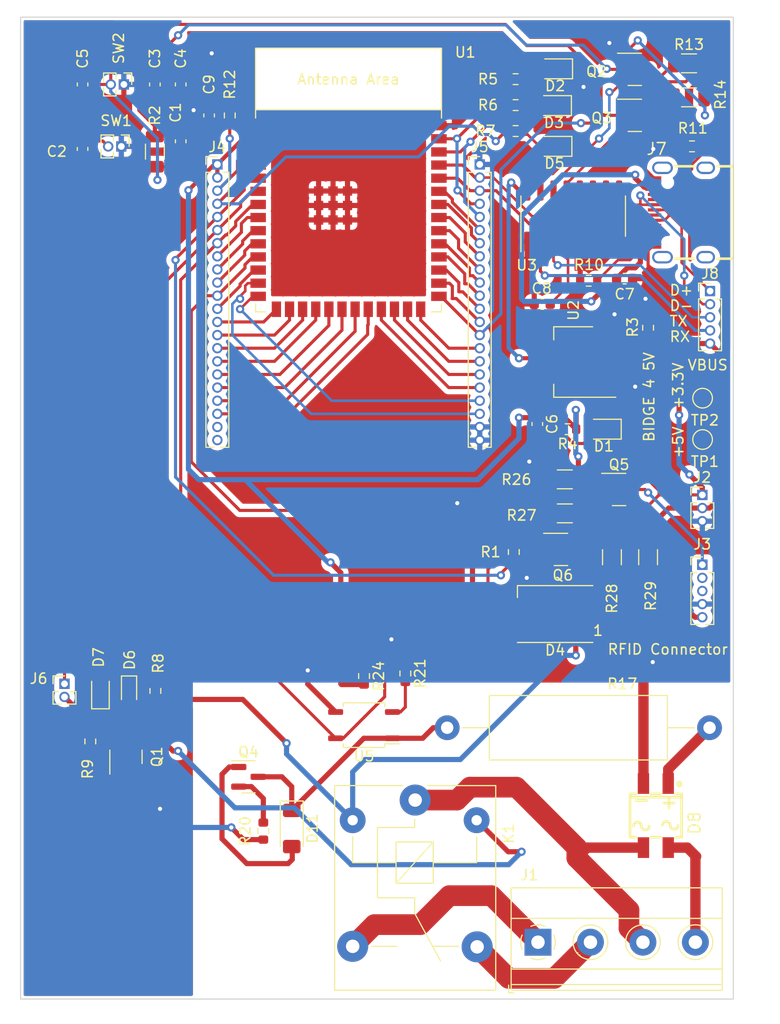
<source format=kicad_pcb>
(kicad_pcb (version 20221018) (generator pcbnew)
  (layers (0 "F.Cu" signal) (31 "B.Cu" signal) (34 "B.Paste" user) (35 "F.Paste" user) (36 "B.SilkS" user "B.Silkscreen") (37 "F.SilkS" user "F.Silkscreen") (38 "B.Mask" user) (39 "F.Mask" user) (44 "Edge.Cuts" user))
  (net 0 "")
  (net 1 "/CHIP_PU")
  (net 2 "GND")
  (net 3 "/BOOT_SEL")
  (net 4 "/+3.3V")
  (net 5 "/VBus")
  (net 6 "Net-(U3-V3)")
  (net 7 "Net-(D1-A)")
  (net 8 "Net-(D2-A)")
  (net 9 "Net-(D3-A)")
  (net 11 "/LEDs/DIN")
  (net 12 "Net-(D5-A)")
  (net 13 "Net-(D6-K)")
  (net 14 "Net-(D6-A)")
  (net 15 "Net-(D8-+)")
  (net 16 "/NEUTRAL")
  (net 17 "Net-(D11-K)")
  (net 18 "Net-(D11-A)")
  (net 19 "/N01")
  (net 20 "/NC1")
  (net 21 "/LIVE")
  (net 22 "/TX_RFID")
  (net 25 "/GPIO4")
  (net 26 "/DIN_3.3")
  (net 27 "/GPIO6")
  (net 28 "/AC_Mon_1")
  (net 29 "/GPIO15")
  (net 30 "/GPIO16")
  (net 31 "/GPIO17")
  (net 32 "/GPIO18")
  (net 33 "/GPIO8")
  (net 34 "/GPIO3")
  (net 35 "/GPIO46")
  (net 36 "/GPIO9")
  (net 37 "/GPIO10")
  (net 38 "/GPIO11")
  (net 39 "/GPIO12")
  (net 40 "/GPIO13")
  (net 41 "/GPIO14")
  (net 44 "/TXD0")
  (net 45 "/RXD0")
  (net 46 "/GPIO1")
  (net 47 "/GPIO2")
  (net 48 "/GPIO42")
  (net 49 "/GPIO41")
  (net 50 "/GPIO40")
  (net 51 "/GPIO39")
  (net 52 "/GPIO38")
  (net 53 "/GPIO37")
  (net 54 "/GPIO36")
  (net 55 "/GPIO35")
  (net 56 "/GPIO45")
  (net 57 "/GPIO48")
  (net 58 "/GPIO47")
  (net 59 "/GPIO21")
  (net 60 "/GPIO20")
  (net 61 "/GPIO19")
  (net 62 "Net-(J6-Pin_2)")
  (net 63 "Net-(J7-CC1)")
  (net 64 "Net-(J8-Pin_2)")
  (net 65 "Net-(J8-Pin_1)")
  (net 67 "Net-(J7-CC2)")
  (net 69 "Net-(Q1-B)")
  (net 70 "Net-(Q2-B)")
  (net 71 "/USB Interface/RTS")
  (net 72 "Net-(Q3-B)")
  (net 73 "/USB Interface/DTR")
  (net 74 "Net-(Q4-E)")
  (net 75 "Net-(U2-VI)")
  (net 76 "Net-(R21-Pad2)")
  (footprint "Custom:USB-C_SMD-TYPE-C-31-M-12" (layer "F.Cu") (at 153.8515 73.9 90)
    (fp_text reference "J7")
    (fp_text value "USB_C_Receptacle_USB2.0" hide)
  )
  (footprint "Resistor_SMD:R_1206_3216Metric" (layer "F.Cu") (at 103 68.01 -90)
    (fp_text reference "R2")
    (fp_text value "10k")
  )
  (footprint "Connector_PinHeader_1.27mm:PinHeader_1x02_P1.27mm_Vertical" (layer "F.Cu") (at 99.75 67.51 -90)
    (fp_text reference "SW1")
    (fp_text value "SW_Push")
  )
  (footprint "Connector_PinHeader_1.27mm:PinHeader_1x22_P1.27mm_Vertical" (layer "F.Cu") (at 109.05 69.25)
    (fp_text reference "J4")
    (fp_text value "Conn_01x22_Socket")
  )
  (footprint "Resistor_SMD:R_0603_1608Metric" (layer "F.Cu") (at 110.25 64.51 -90)
    (fp_text reference "R12")
    (fp_text value "10k (1%)")
  )
  (footprint "Resistor_SMD:R_0603_1608Metric" (layer "F.Cu") (at 150.75 85.05 90)
    (fp_text reference "R3")
    (fp_text value "0")
  )
  (footprint "LED_SMD:LED_0805_2012Metric" (layer "F.Cu") (at 146.4625 94.865 180)
    (fp_text reference "D1")
    (fp_text value "RED LED")
  )
  (footprint "LED_SMD:LED_0603_1608Metric" (layer "F.Cu") (at 100.5 120.2275 -90)
    (fp_text reference "D6")
    (fp_text value "LED")
  )
  (footprint "Connector_PinHeader_1.27mm:PinHeader_1x03_P1.27mm_Vertical" (layer "F.Cu") (at 156 101.225)
    (fp_text reference "J2")
    (fp_text value "Conn_01x03_Pin")
  )
  (footprint "Package_TO_SOT_SMD:SOT-23" (layer "F.Cu") (at 149.4625 64.5)
    (fp_text reference "Q3")
    (fp_text value "MMBT2222A")
  )
  (footprint "Resistor_SMD:R_0603_1608Metric" (layer "F.Cu") (at 127.25 118.5 -90)
    (fp_text reference "R21")
    (fp_text value "1k")
  )
  (footprint "TerminalBlock_Phoenix:TerminalBlock_Phoenix_MKDS-1,5-4-5.08_1x04_P5.08mm_Horizontal" (layer "F.Cu") (at 140.09 144.5)
    (fp_text reference "J1")
    (fp_text value "Screw_Terminal_01x04")
  )
  (footprint "Capacitor_SMD:C_0603_1608Metric" (layer "F.Cu") (at 105.5 67.01 -90)
    (fp_text reference "C1")
    (fp_text value "1uF")
  )
  (footprint "LED_SMD:LED_0805_2012Metric" (layer "F.Cu") (at 141.75 60 180)
    (fp_text reference "D2")
    (fp_text value "RED LED")
  )
  (footprint "Resistor_SMD:R_0603_1608Metric" (layer "F.Cu") (at 123.25 118.75 -90)
    (fp_text reference "R24")
    (fp_text value "2.2k")
  )
  (footprint "Package_TO_SOT_SMD:SOT-23" (layer "F.Cu") (at 147.9375 100.7)
    (fp_text reference "Q5")
    (fp_text value "AO3400A")
  )
  (footprint "Resistor_THT:R_Axial_DIN0617_L17.0mm_D6.0mm_P25.40mm_Horizontal" (layer "F.Cu") (at 156.7 123.75 180)
    (fp_text reference "R17")
    (fp_text value "47k 3W")
  )
  (footprint "Resistor_SMD:R_0603_1608Metric" (layer "F.Cu") (at 137.925 66.02)
    (fp_text reference "R7")
    (fp_text value "1k")
  )
  (footprint "Package_TO_SOT_SMD:SOT-23" (layer "F.Cu") (at 142.3125 106.5)
    (fp_text reference "Q6")
    (fp_text value "AO3400A")
  )
  (footprint "Resistor_SMD:R_0603_1608Metric" (layer "F.Cu") (at 137.75 106.75 -90)
    (fp_text reference "R1")
    (fp_text value "0")
  )
  (footprint "Package_TO_SOT_SMD:SOT-223-3_TabPin2" (layer "F.Cu") (at 143.525 88.365 180)
    (fp_text reference "U2")
    (fp_text value "AMS1117-3.3")
  )
  (footprint "Connector_PinHeader_1.27mm:PinHeader_1x22_P1.27mm_Vertical" (layer "F.Cu") (at 134.45 69.25)
    (fp_text reference "J5")
    (fp_text value "Conn_01x22_Socket")
  )
  (footprint "Package_SO:SOIC-16_3.9x9.9mm_P1.27mm" (layer "F.Cu") (at 143.5 74.25 90)
    (fp_text reference "U3")
    (fp_text value "CH340C")
  )
  (footprint "Capacitor_SMD:C_0603_1608Metric" (layer "F.Cu") (at 103 61.51 -90)
    (fp_text reference "C3")
    (fp_text value "10uF")
  )
  (footprint "TestPoint:TestPoint_Pad_D1.5mm" (layer "F.Cu") (at 156.025 95.865 180)
    (fp_text reference "TP1")
    (fp_text value "TestPoint")
  )
  (footprint "Capacitor_SMD:C_0603_1608Metric" (layer "F.Cu") (at 96 61.51 -90)
    (fp_text reference "C5")
    (fp_text value "0.1uF")
  )
  (footprint "Espressif:ESP32-S3-WROOM-1" (layer "F.Cu") (at 121.75 73.76)
    (fp_text reference "U1")
    (fp_text value "ESP32-S3-WROOM-1")
  )
  (footprint "Resistor_SMD:R_0603_1608Metric" (layer "F.Cu") (at 145 80.5 180)
    (fp_text reference "R10")
    (fp_text value "5.1k")
  )
  (footprint "Resistor_SMD:R_0603_1608Metric" (layer "F.Cu") (at 142.9625 94.865 180)
    (fp_text reference "R4")
    (fp_text value "1k")
  )
  (footprint "Resistor_SMD:R_0603_1608Metric" (layer "F.Cu") (at 96.75 125.075 -90)
    (fp_text reference "R9")
    (fp_text value "150")
  )
  (footprint "Relay_THT:Relay_SPDT_SANYOU_SRD_Series_Form_C" (layer "F.Cu") (at 128.2 130.75 -90)
    (fp_text reference "K1")
    (fp_text value "SRD-05VDC-SL-C")
  )
  (footprint "Capacitor_SMD:C_0603_1608Metric" (layer "F.Cu") (at 105.5 61.51 -90)
    (fp_text reference "C4")
    (fp_text value "0.1uF")
  )
  (footprint "Capacitor_SMD:C_0603_1608Metric" (layer "F.Cu") (at 140.5 82.75)
    (fp_text reference "C8")
    (fp_text value "1uF")
  )
  (footprint "LED_SMD:LED_0805_2012Metric" (layer "F.Cu") (at 141.6875 67.5 180)
    (fp_text reference "D5")
    (fp_text value "GREEN LED")
  )
  (footprint "Package_TO_SOT_SMD:SOT-23" (layer "F.Cu") (at 149.4625 60.05)
    (fp_text reference "Q2")
    (fp_text value "MMBT2222A")
  )
  (footprint "Connector_PinHeader_1.27mm:PinHeader_1x02_P1.27mm_Vertical" (layer "F.Cu") (at 94.25 119.5)
    (fp_text reference "J6")
    (fp_text value "Conn_01x02_Pin")
  )
  (footprint "Diode_SMD:D_SOD-323" (layer "F.Cu") (at 97.73 120.3075 90)
    (fp_text reference "D7")
    (fp_text value "1N5819WS")
  )
  (footprint "Package_TO_SOT_SMD:SOT-23" (layer "F.Cu") (at 112.0625 128.5)
    (fp_text reference "Q4")
    (fp_text value "MMBT2222A")
  )
  (footprint "Capacitor_SMD:C_0603_1608Metric" (layer "F.Cu") (at 140.025 94.365 -90)
    (fp_text reference "C6")
    (fp_text value "10uF")
  )
  (footprint "Resistor_SMD:R_1206_3216Metric" (layer "F.Cu") (at 150.75 107.25 -90)
    (fp_text reference "R29")
    (fp_text value "10k")
  )
  (footprint "Resistor_SMD:R_1206_3216Metric" (layer "F.Cu") (at 142.6875 99.72 180)
    (fp_text reference "R26")
    (fp_text value "10k")
  )
  (footprint "Resistor_SMD:R_1206_3216Metric" (layer "F.Cu") (at 147.25 107.25 -90)
    (fp_text reference "R28")
    (fp_text value "10k")
  )
  (footprint "Resistor_SMD:R_1206_3216Metric" (layer "F.Cu") (at 142.6875 103.01)
    (fp_text reference "R27")
    (fp_text value "10k")
  )
  (footprint "Resistor_SMD:R_0603_1608Metric" (layer "F.Cu") (at 137.925 63.51)
    (fp_text reference "R6")
    (fp_text value "1k")
  )
  (footprint "Resistor_SMD:R_1206_3216Metric" (layer "F.Cu") (at 154.7125 59.47)
    (fp_text reference "R13")
    (fp_text value "10k")
  )
  (footprint "Package_TO_SOT_SMD:SOT-23" (layer "F.Cu") (at 100.2 126.5625 90)
    (fp_text reference "Q1")
    (fp_text value "MMBT2222A")
  )
  (footprint "Resistor_SMD:R_0603_1608Metric" (layer "F.Cu") (at 137.925 61)
    (fp_text reference "R5")
    (fp_text value "1k")
  )
  (footprint "Connector_PinHeader_1.27mm:PinHeader_1x05_P1.27mm_Vertical" (layer "F.Cu") (at 156.75 81.5)
    (fp_text reference "J8")
    (fp_text value "Conn_01x05")
  )
  (footprint "Connector_PinHeader_1.27mm:PinHeader_1x05_P1.27mm_Vertical" (layer "F.Cu") (at 156 107.98)
    (fp_text reference "J3")
    (fp_text value "Conn_01x05_Socket")
  )
  (footprint "Capacitor_SMD:C_0603_1608Metric" (layer "F.Cu") (at 108.25 64.51 90)
    (fp_text reference "C9")
    (fp_text value "1uF/16V (10%)")
  )
  (footprint "Diode_SMD:D_MiniMELF" (layer "F.Cu") (at 116.25 133.5 -90)
    (fp_text reference "D11")
    (fp_text value "ZMMxx")
  )
  (footprint "Resistor_SMD:R_0603_1608Metric" (layer "F.Cu") (at 155 67.5 180)
    (fp_text reference "R11")
    (fp_text value "5.1k")
  )
  (footprint "Custom:MBS_L4.7-W3.8-P2.40-LS7.0-TL" (layer "F.Cu") (at 151.5 132.25 -90)
    (fp_text reference "D8")
    (fp_text value "MB10S" hide)
  )
  (footprint "TestPoint:TestPoint_Pad_D1.5mm" (layer "F.Cu") (at 156.025 91.865 180)
    (fp_text reference "TP2")
    (fp_text value "TestPoint")
  )
  (footprint "LED_SMD:LED_0805_2012Metric" (layer "F.Cu") (at 141.64 63.555 180)
    (fp_text reference "D3")
    (fp_text value "YELLOW LED")
  )
  (footprint "Package_SO:SOP-4_3.8x4.1mm_P2.54mm" (layer "F.Cu") (at 123.25 123.5 180)
    (fp_text reference "U5")
    (fp_text value "EL357N")
  )
  (footprint "Resistor_SMD:R_1206_3216Metric" (layer "F.Cu") (at 154.7125 62.76)
    (fp_text reference "R14")
    (fp_text value "10k")
  )
  (footprint "Capacitor_SMD:C_0603_1608Metric" (layer "F.Cu") (at 96 67.75 -90)
    (fp_text reference "C2")
    (fp_text value "0.1uF")
  )
  (footprint "LED_SMD:LED_WS2812B_PLCC4_5.0x5.0mm_P3.2mm" (layer "F.Cu") (at 141.75 112.75 180)
    (fp_text reference "D4")
    (fp_text value "WS2812B")
  )
  (footprint "Resistor_SMD:R_0603_1608Metric" (layer "F.Cu") (at 113.5 133.75 90)
    (fp_text reference "R20")
    (fp_text value "2.2k")
  )
  (footprint "Connector_PinHeader_1.27mm:PinHeader_1x02_P1.27mm_Vertical" (layer "F.Cu") (at 100 61.51 -90)
    (fp_text reference "SW2")
    (fp_text value "SW_Push")
  )
  (footprint "Resistor_SMD:R_0603_1608Metric" (layer "F.Cu") (at 103.05 120.1875 90)
    (fp_text reference "R8")
    (fp_text value "1k")
  )
  (footprint "Capacitor_SMD:C_0603_1608Metric" (layer "F.Cu") (at 148.475 80.3)
    (fp_text reference "C7")
    (fp_text value "1uF/16V (10%)")
  )
  (gr_rect (start 90 55) (end 159 150) (stroke (width 0.1)) (fill none) (layer "Edge.Cuts"))
  (gr_text "+3.3V" (at 154.25 93 90) (layer "F.SilkS") (effects (font (size 1 1)) (justify left bottom)))
  (gr_text "D-" (at 152.75 83.5) (layer "F.SilkS") (effects (font (size 1 1)) (justify left bottom)))
  (gr_text "VBUS" (at 154.5 89.25) (layer "F.SilkS") (effects (font (size 1 1)) (justify left bottom)))
  (gr_text "RX\n" (at 152.75 86.5) (layer "F.SilkS") (effects (font (size 1 1)) (justify left bottom)))
  (gr_text "RFID Connector" (at 146.75 116.75) (layer "F.SilkS") (effects (font (size 1 1)) (justify left bottom)))
  (gr_text "TX\n" (at 152.75 85) (layer "F.SilkS") (effects (font (size 1 1)) (justify left bottom)))
  (gr_text "+5V" (at 154.25 97.75 90) (layer "F.SilkS") (effects (font (size 1 1)) (justify left bottom)))
  (gr_text "D+" (at 152.75 82) (layer "F.SilkS") (effects (font (size 1 1)) (justify left bottom)))
  (segment (start 98.73 60.27) (end 98.73 61.51) (width 0.3) (layer "F.Cu") (net 1))
  (segment (start 111 68.9) (end 111.86 68.04) (width 0.3) (layer "F.Cu") (net 1))
  (segment (start 96.775 61.51) (end 98.73 61.51) (width 0.3) (layer "F.Cu") (net 1))
  (segment (start 146.8 60.05) (end 146.75 60) (width 0.3) (layer "F.Cu") (net 1))
  (segment (start 110.25 65.335) (end 110.25 66.75) (width 0.3) (layer "F.Cu") (net 1))
  (segment (start 106.7775 69.4725) (end 107.25 69) (width 0.3) (layer "F.Cu") (net 1))
  (segment (start 110.25 65.335) (end 108.3 65.335) (width 0.3) (layer "F.Cu") (net 1))
  (segment (start 111 69.84) (end 111 68.9) (width 0.3) (layer "F.Cu") (net 1))
  (segment (start 107.25 66.235) (end 107.3 66.235) (width 0.3) (layer "F.Cu") (net 1))
  (segment (start 96 60.735) (end 96.775 61.51) (width 0.3) (layer "F.Cu") (net 1))
  (segment (start 103.25 69.7225) (end 103 69.4725) (width 0.3) (layer "F.Cu") (net 1))
  (segment (start 107.25 69) (end 107.25 66.235) (width 0.3) (layer "F.Cu") (net 1))
  (segment (start 105.5 66.235) (end 107.25 66.235) (width 0.3) (layer "F.Cu") (net 1))
  (segment (start 103 69.4725) (end 106.7775 69.4725) (width 0.3) (layer "F.Cu") (net 1))
  (segment (start 150.4 60.05) (end 146.8 60.05) (width 0.3) (layer "F.Cu") (net 1))
  (segment (start 109.05 71.79) (end 111 69.84) (width 0.3) (layer "F.Cu") (net 1))
  (segment (start 104.25 57.75) (end 101.25 57.75) (width 0.3) (layer "F.Cu") (net 1))
  (segment (start 111.86 68.04) (end 113 68.04) (width 0.3) (layer "F.Cu") (net 1))
  (segment (start 103.25 70.75) (end 103.25 69.7225) (width 0.3) (layer "F.Cu") (net 1))
  (segment (start 108.3 65.335) (end 108.25 65.285) (width 0.3) (layer "F.Cu") (net 1))
  (segment (start 105.25 56.75) (end 104.25 57.75) (width 0.3) (layer "F.Cu") (net 1))
  (segment (start 107.3 66.235) (end 108.25 65.285) (width 0.3) (layer "F.Cu") (net 1))
  (segment (start 101.25 57.75) (end 98.73 60.27) (width 0.3) (layer "F.Cu") (net 1))
  (via (at 105.25 56.75) (size 0.8) (drill 0.4) (layers "F.Cu" "B.Cu") (net 1))
  (via (at 103.25 70.75) (size 0.8) (drill 0.4) (layers "F.Cu" "B.Cu") (net 1))
  (via (at 146.75 60) (size 0.8) (drill 0.4) (layers "F.Cu" "B.Cu") (net 1))
  (via (at 110.25 66.75) (size 0.8) (drill 0.4) (layers "F.Cu" "B.Cu") (net 1))
  (segment (start 138.96 57.71) (end 144.46 57.71) (width 0.3) (layer "B.Cu") (net 1))
  (segment (start 106.25 55.75) (end 137 55.75) (width 0.3) (layer "B.Cu") (net 1))
  (segment (start 110.25 66.75) (end 110.25 70.59) (width 0.3) (layer "B.Cu") (net 1))
  (segment (start 98.73 62.217106) (end 103.25 66.737106) (width 0.3) (layer "B.Cu") (net 1))
  (segment (start 110.25 70.59) (end 109.05 71.79) (width 0.3) (layer "B.Cu") (net 1))
  (segment (start 98.73 61.51) (end 98.73 62.217106) (width 0.3) (layer "B.Cu") (net 1))
  (segment (start 144.46 57.71) (end 146.75 60) (width 0.3) (layer "B.Cu") (net 1))
  (segment (start 137 55.75) (end 138.96 57.71) (width 0.3) (layer "B.Cu") (net 1))
  (segment (start 103.25 66.737106) (end 103.25 70.75) (width 0.3) (layer "B.Cu") (net 1))
  (segment (start 105.25 56.75) (end 106.25 55.75) (width 0.3) (layer "B.Cu") (net 1))
  (segment (start 139.3 111.1) (end 139.3 109.55) (width 0.5) (layer "F.Cu") (net 2))
  (segment (start 108.25 63.735) (end 107.015 63.735) (width 0.5) (layer "F.Cu") (net 2))
  (segment (start 150.3 129.15) (end 150.3 118.3) (width 1) (layer "F.Cu") (net 2))
  (segment (start 132.275 102.025) (end 134.45 99.85) (width 0.3) (layer "F.Cu") (net 2))
  (segment (start 134.45 99.85) (end 134.45 95.92) (width 0.3) (layer "F.Cu") (net 2))
  (segment (start 149.5 90.75) (end 149.75 91) (width 0.3) (layer "F.Cu") (net 2))
  (segment (start 150.25 69.5) (end 150.25 68.75) (width 0.3) (layer "F.Cu") (net 2))
  (segment (start 150.75 77.5775) (end 151.3775 76.95) (width 0.3) (layer "F.Cu") (net 2))
  (segment (start 150.25 68.75) (end 151.25 67.75) (width 0.3) (layer "F.Cu") (net 2))
  (segment (start 142.75 60) (end 144.5 61.75) (width 0.3) (layer "F.Cu") (net 2))
  (segment (start 117.8 119.53) (end 117.8 118.2) (width 0.5) (layer "F.Cu") (net 2))
  (segment (start 150.3 118.3) (end 151.2 117.4) (width 1) (layer "F.Cu") (net 2))
  (segment (start 151.3775 70.55) (end 151.3775 70.85) (width 0.3) (layer "F.Cu") (net 2))
  (segment (start 107.015 63.735) (end 106.75 64) (width 0.5) (layer "F.Cu") (net 2))
  (segment (start 111.575 134.575) (end 110.4 133.4) (width 0.5) (layer "F.Cu") (net 2))
  (segment (start 139.25 98) (end 139 98.25) (width 0.3) (layer "F.Cu") (net 2))
  (segment (start 142.6875 60) (end 142.75 60) (width 0.3) (layer "F.Cu") (net 2))
  (segment (start 113.5 134.575) (end 111.575 134.575) (width 0.5) (layer "F.Cu") (net 2))
  (segment (start 139.3 109.55) (end 139 109.25) (width 0.5) (layer "F.Cu") (net 2))
  (segment (start 151.3775 70.55) (end 151.3 70.55) (width 0.3) (layer "F.Cu") (net 2))
  (segment (start 151.3775 76.95) (end 151.3775 77.25) (width 0.3) (layer "F.Cu") (net 2))
  (segment (start 150.5 82.25) (end 150.75 82) (width 0.3) (layer "F.Cu") (net 2))
  (segment (start 151.3 70.55) (end 150.25 69.5) (width 0.3) (layer "F.Cu") (net 2))
  (segment (start 150.75 82) (end 150.75 77.5775) (width 0.3) (layer "F.Cu") (net 2))
  (segment (start 120.5 122.23) (end 117.8 119.53) (width 0.5) (layer "F.Cu") (net 2))
  (via (at 150.5 82.25) (size 0.8) (drill 0.4) (layers "F.Cu" "B.Cu") (net 2))
  (via (at 151.2 117.4) (size 0.8) (drill 0.4) (layers "F.Cu" "B.Cu") (net 2))
  (via (at 117.8 118.2) (size 0.8) (drill 0.4) (layers "F.Cu" "B.Cu") (net 2))
  (via (at 108.5 58.5) (size 0.8) (drill 0.4) (layers "F.Cu" "B.Cu") (net 2))
  (via (at 149.5 90.75) (size 0.8) (drill 0.4) (layers "F.Cu" "B.Cu") (net 2))
  (via (at 110.4 133.4) (size 0.8) (drill 0.4) (layers "F.Cu" "B.Cu") (net 2))
  (via (at 139.25 98) (size 0.8) (drill 0.4) (layers "F.Cu" "B.Cu") (net 2))
  (via (at 132.275 102.025) (size 0.8) (drill 0.4) (layers "F.Cu" "B.Cu") (net 2))
  (via (at 139 109.25) (size 0.8) (drill 0.4) (layers "F.Cu" "B.Cu") (net 2))
  (via (at 103.5 131.6) (size 0.8) (drill 0.4) (layers "F.Cu" "B.Cu") (net 2))
  (via (at 125.9 115.2) (size 0.8) (drill 0.4) (layers "F.Cu" "B.Cu") (net 2))
  (via (at 147.5 83.75) (size 0.8) (drill 0.4) (layers "F.Cu" "B.Cu") (net 2))
  (via (at 147 57.5) (size 0.8) (drill 0.4) (layers "F.Cu" "B.Cu") (net 2))
  (via (at 106.75 64) (size 0.8) (drill 0.4) (layers "F.Cu" "B.Cu") (net 2))
  (via (at 144.5 61.75) (size 0.8) (drill 0.4) (layers "F.Cu" "B.Cu") (net 2))
  (via (at 151.25 67.75) (size 0.8) (drill 0.4) (layers "F.Cu" "B.Cu") (net 2))
  (segment (start 135.225 102.025) (end 139.25 98) (width 0.3) (layer "B.Cu") (net 2))
  (segment (start 145.25 61) (end 149.5 61) (width 0.3) (layer "B.Cu") (net 2))
  (segment (start 139 109.25) (end 139.5 109.25) (width 0.5) (layer "B.Cu") (net 2))
  (segment (start 151.7 117.4) (end 151.8 117.5) (width 1) (layer "B.Cu") (net 2))
  (segment (start 144.5 61.75) (end 145.25 61) (width 0.3) (layer "B.Cu") (net 2))
  (segment (start 106.75 60.25) (end 106.75 64) (width 0.5) (layer "B.Cu") (net 2))
  (segment (start 147.5 88.75) (end 149.5 90.75) (width 0.3) (layer "B.Cu") (net 2))
  (segment (start 132.275 102.025) (end 135.225 102.025) (width 0.3) (layer "B.Cu") (net 2))
  (segment (start 150.5 82.25) (end 149 83.75) (width 0.3) (layer "B.Cu") (net 2))
  (segment (start 117.8 118.2) (end 120.8 115.2) (width 0.5) (layer "B.Cu") (net 2))
  (segment (start 149 83.75) (end 147.5 83.75) (width 0.3) (layer "B.Cu") (net 2))
  (segment (start 108.5 58.5) (end 106.75 60.25) (width 0.5) (layer "B.Cu") (net 2))
  (segment (start 147.5 83.75) (end 147.5 88.75) (width 0.3) (layer "B.Cu") (net 2))
  (segment (start 120.8 115.2) (end 125.9 115.2) (width 0.5) (layer "B.Cu") (net 2))
  (segment (start 105.3 133.4) (end 103.5 131.6) (width 0.5) (layer "B.Cu") (net 2))
  (segment (start 149.5 60) (end 147 57.5) (width 0.3) (layer "B.Cu") (net 2))
  (segment (start 110.4 133.4) (end 105.3 133.4) (width 0.5) (layer "B.Cu") (net 2))
  (segment (start 149.5 61) (end 149.5 60) (width 0.3) (layer "B.Cu") (net 2))
  (segment (start 94.25 65.75) (end 95.475 66.975) (width 0.3) (layer "F.Cu") (net 3))
  (segment (start 95.25 59) (end 94.25 60) (width 0.3) (layer "F.Cu") (net 3))
  (segment (start 96.517538 59) (end 95.25 59) (width 0.3) (layer "F.Cu") (net 3))
  (segment (start 146.2 64.2) (end 146.2 60.95) (width 0.3) (layer "F.Cu") (net 3))
  (segment (start 136.95 55.7) (end 99.817538 55.7) (width 0.3) (layer "F.Cu") (net 3))
  (segment (start 150.4 64.5) (end 146.5 64.5) (width 0.3) (layer "F.Cu") (net 3))
  (segment (start 146.2 60.95) (end 143 57.75) (width 0.3) (layer "F.Cu") (net 3))
  (segment (start 95.475 66.975) (end 96 66.975) (width 0.3) (layer "F.Cu") (net 3))
  (segment (start 99.817538 55.7) (end 96.517538 59) (width 0.3) (layer "F.Cu") (net 3))
  (segment (start 144.25 65.25) (end 145.15 65.25) (width 0.3) (layer "F.Cu") (net 3))
  (segment (start 145.15 65.25) (end 146.2 64.2) (width 0.3) (layer "F.Cu") (net 3))
  (segment (start 130.5 82.01) (end 130.7 82.01) (width 0.3) (layer "F.Cu") (net 3))
  (segment (start 143 57.75) (end 139 57.75) (width 0.3) (layer "F.Cu") (net 3))
  (segment (start 96 66.975) (end 97.945 66.975) (width 0.3) (layer "F.Cu") (net 3))
  (segment (start 94.25 60) (end 94.25 65.75) (width 0.3) (layer "F.Cu") (net 3))
  (segment (start 139 57.75) (end 136.95 55.7) (width 0.3) (layer "F.Cu") (net 3))
  (segment (start 97.945 66.975) (end 98.48 67.51) (width 0.3) (layer "F.Cu") (net 3))
  (segment (start 130.7 82.01) (end 134.45 85.76) (width 0.3) (layer "F.Cu") (net 3))
  (segment (start 146.5 64.5) (end 146.2 64.2) (width 0.3) (layer "F.Cu") (net 3))
  (via (at 144.25 65.25) (size 0.8) (drill 0.4) (layers "F.Cu" "B.Cu") (net 3))
  (segment (start 134.45 85.76) (end 136.5 83.71) (width 0.3) (layer "B.Cu") (net 3))
  (segment (start 136.5 69.75) (end 141 65.25) (width 0.3) (layer "B.Cu") (net 3))
  (segment (start 141 65.25) (end 144.25 65.25) (width 0.3) (layer "B.Cu") (net 3))
  (segment (start 136.5 83.71) (end 136.5 69.75) (width 0.3) (layer "B.Cu") (net 3))
  (segment (start 109.05 69.25) (end 108.75 69.25) (width 0.4) (layer "F.Cu") (net 4))
  (segment (start 144 99.57) (end 144.15 99.72) (width 0.5) (layer "F.Cu") (net 4))
  (segment (start 105.5 60.735) (end 107.3 60.735) (width 0.4) (layer "F.Cu") (net 4))
  (segment (start 144.15 99.72) (end 146.97 99.72) (width 0.3) (layer "F.Cu") (net 4))
  (segment (start 101.5 64) (end 101.5 62.235) (width 0.4) (layer "F.Cu") (net 4))
  (segment (start 109.05 69.25) (end 111.53 66.77) (width 0.4) (layer "F.Cu") (net 4))
  (segment (start 103 60.735) (end 105.5 60.735) (width 0.4) (layer "F.Cu") (net 4))
  (segment (start 147.25 105.7875) (end 151.8125 101.225) (width 0.3) (layer "F.Cu") (net 4))
  (segment (start 140.025 93.59) (end 142.5125 93.59) (width 0.5) (layer "F.Cu") (net 4))
  (segment (start 111.53 66.77) (end 111.53 64.965) (width 0.4) (layer "F.Cu") (net 4))
  (segment (start 142.5125 93.59) (end 143.7875 94.865) (width 0.5) (layer "F.Cu") (net 4))
  (segment (start 144 97.5) (end 144 99.57) (width 0.5) (layer "F.Cu") (net 4))
  (segment (start 150.215 88.365) (end 153.715 91.865) (width 0.5) (layer "F.Cu") (net 4))
  (segment (start 146.675 88.365) (end 150.215 88.365) (width 0.5) (layer "F.Cu") (net 4))
  (segment (start 140.01 88) (end 140.375 88.365) (width 0.4) (layer "F.Cu") (net 4))
  (segment (start 153.75 91.9) (end 153.715 91.865) (width 0.5) (layer "F.Cu") (net 4))
  (segment (start 121 119.5) (end 121.075 119.575) (width 0.5) (layer "F.Cu") (net 4))
  (segment (start 101.5 62.235) (end 103 60.735) (width 0.4) (layer "F.Cu") (net 4))
  (segment (start 108.75 69.25) (end 106.25 71.75) (width 0.4) (layer "F.Cu") (net 4))
  (segment (start 156 100.5) (end 154.75 99.25) (width 0.5) (layer "F.Cu") (net 4))
  (segment (start 138.25 88) (end 140.01 88) (width 0.4) (layer "F.Cu") (net 4))
  (segment (start 121 108.75) (end 121 119.5) (width 0.5) (layer "F.Cu") (net 4))
  (segment (start 109.05 70.52) (end 109.05 69.25) (width 0.4) (layer "F.Cu") (net 4))
  (segment (start 150.75 99.75) (end 147 99.75) (width 0.3) (layer "F.Cu") (net 4))
  (segment (start 138.275 71.775) (end 137.5 71) (width 0.4) (layer "F.Cu") (net 4))
  (segment (start 103 65.5) (end 101.5 64) (width 0.4) (layer "F.Cu") (net 4))
  (segment (start 151.8125 101.225) (end 156 101.225) (width 0.3) (layer "F.Cu") (net 4))
  (segment (start 111.53 64.965) (end 110.25 63.685) (width 0.4) (layer "F.Cu") (net 4))
  (segment (start 120 107.75) (end 121 108.75) (width 0.5) (layer "F.Cu") (net 4))
  (segment (start 111.53 66.77) (end 113 66.77) (width 0.4) (layer "F.Cu") (net 4))
  (segment (start 151.8125 100.8125) (end 150.75 99.75) (width 0.3) (layer "F.Cu") (net 4))
  (segment (start 143.7875 93.0375) (end 143.75 93) (width 0.5) (layer "F.Cu") (net 4))
  (segment (start 143.7875 94.865) (end 143.7875 93.0375) (width 0.5) (layer "F.Cu") (net 4))
  (segment (start 151.8125 101.225) (end 151.8125 100.8125) (width 0.3) (layer "F.Cu") (net 4))
  (segment (start 121.075 119.575) (end 123.25 119.575) (width 0.5) (layer "F.Cu") (net 4))
  (segment (start 141.375 105.55) (end 147.0125 105.55) (width 0.3) (layer "F.Cu") (net 4))
  (segment (start 107.3 60.735) (end 110.25 63.685) (width 0.4) (layer "F.Cu") (net 4))
  (segment (start 147.0125 105.55) (end 147.25 105.7875) (width 0.3) (layer "F.Cu") (net 4))
  (segment (start 103 66.5475) (end 103 65.5) (width 0.4) (layer "F.Cu") (net 4))
  (segment (start 146.97 99.72) (end 147 99.75) (width 0.3) (layer "F.Cu") (net 4))
  (segment (start 140.375 88.365) (end 146.675 88.365) (width 0.5) (layer "F.Cu") (net 4))
  (segment (start 153.75 93.5) (end 153.75 91.9) (width 0.5) (layer "F.Cu") (net 4))
  (segment (start 153.715 91.865) (end 156.025 91.865) (width 0.5) (layer "F.Cu") (net 4))
  (segment (start 156 101.225) (end 156 100.5) (width 0.5) (layer "F.Cu") (net 4))
  (segment (start 139.865 93.75) (end 140.025 93.59) (width 0.5) (layer "F.Cu") (net 4))
  (segment (start 139.055 71.775) (end 138.275 71.775) (width 0.4) (layer "F.Cu") (net 4))
  (segment (start 138.25 93.75) (end 139.865 93.75) (width 0.5) (layer "F.Cu") (net 4))
  (via (at 138.25 88) (size 0.8) (drill 0.4) (layers "F.Cu" "B.Cu") (net 4))
  (via (at 143.75 93) (size 0.8) (drill 0.4) (layers "F.Cu" "B.Cu") (net 4))
  (via (at 137.5 71) (size 0.8) (drill 0.4) (layers "F.Cu" "B.Cu") (net 4))
  (via (at 144 97.5) (size 0.8) (drill 0.4) (layers "F.Cu" "B.Cu") (net 4))
  (via (at 120 107.75) (size 0.8) (drill 0.4) (layers "F.Cu" "B.Cu") (net 4))
  (via (at 106.25 71.75) (size 0.8) (drill 0.4) (layers "F.Cu" "B.Cu") (net 4))
  (via (at 154.75 99.25) (size 0.8) (drill 0.4) (layers "F.Cu" "B.Cu") (net 4))
  (via (at 153.75 93.5) (size 0.8) (drill 0.4) (layers "F.Cu" "B.Cu") (net 4))
  (via (at 138.25 93.75) (size 0.8) (drill 0.4) (layers "F.Cu" "B.Cu") (net 4))
  (segment (start 153.75 98.25) (end 153.75 93.5) (width 0.5) (layer "B.Cu") (net 4))
  (segment (start 154.75 99.25) (end 153.75 98.25) (width 0.5) (layer "B.Cu") (net 4))
  (segment (start 137.5 71) (end 137.25 71.25) (width 0.4) (layer "B.Cu") (net 4))
  (segment (start 134.25 99.75) (end 111.75 99.75) (width 0.5) (layer "B.Cu") (net 4))
  (segment (start 106.25 71.75) (end 106.25 98.75) (width 0.5) (layer "B.Cu") (net 4))
  (segment (start 137.25 87) (end 138.25 88) (width 0.4) (layer "B.Cu") (net 4))
  (segment (start 143.75 97.25) (end 144 97.5) (width 0.5) (layer "B.Cu") (net 4))
  (segment (start 137.25 78.5) (end 137.25 87) (width 0.4) (layer "B.Cu") (net 4))
  (segment (start 143.75 93) (end 143.75 97.25) (width 0.5) (layer "B.Cu") (net 4))
  (segment (start 137.25 71.25) (end 137.25 78.5) (width 0.4) (layer "B.Cu") (net 4))
  (segment (start 107.25 99.75) (end 111.75 99.75) (width 0.5) (layer "B.Cu") (net 4))
  (segment (start 119.75 107.75) (end 120 107.75) (width 0.5) (layer "B.Cu") (net 4))
  (segment (start 111.75 99.75) (end 119.75 107.75) (width 0.5) (layer "B.Cu") (net 4))
  (segment (start 106.25 98.75) (end 107.25 99.75) (width 0.5) (layer "B.Cu") (net 4))
  (segment (start 138.25 95.75) (end 134.25 99.75) (width 0.5) (layer "B.Cu") (net 4))
  (segment (start 138.25 93.75) (end 138.25 95.75) (width 0.5) (layer "B.Cu") (net 4))
  (segment (start 103.05 121.0125) (end 111.5125 121.0125) (width 0.5) (layer "F.Cu") (net 5))
  (segment (start 139.341472 103.01) (end 139.101472 103.25) (width 0.5) (layer "F.Cu") (net 5))
  (segment (start 144.2 114.4) (end 149.367106 114.4) (width 0.5) (layer "F.Cu") (net 5))
  (segment (start 142.85 114.4) (end 144.2 114.4) (width 0.5) (layer "F.Cu") (net 5))
  (segment (start 111.5125 121.0125) (end 115.75 125.25) (width 0.5) (layer "F.Cu") (net 5))
  (segment (start 150 76.7775) (end 150 78.75) (width 0.5) (layer "F.Cu") (net 5))
  (segment (start 147.7 80.3) (end 147.75 80.35) (width 0.5) (layer "F.Cu") (net 5))
  (segment (start 151.3775 71.35) (end 151.3775 71.65) (width 0.3) (layer "F.Cu") (net 5))
  (segment (start 138 103.25) (end 133.75 107.5) (width 0.5) (layer "F.Cu") (net 5))
  (segment (start 156 102.495) (end 156.707106 102.495) (width 0.5) (layer "F.Cu") (net 5))
  (segment (start 157.75 101.452106) (end 157.75 97.59) (width 0.5) (layer "F.Cu") (net 5))
  (segment (start 155.292894 113.06) (end 156 113.06) (width 0.5) (layer "F.Cu") (net 5))
  (segment (start 146.25 81.5) (end 147.75 81.5) (width 0.5) (layer "F.Cu") (net 5))
  (segment (start 152.755 102.495) (end 156 102.495) (width 0.5) (layer "F.Cu") (net 5))
  (segment (start 150.75 105.7875) (end 152.0375 105.7875) (width 0.5) (layer "F.Cu") (net 5))
  (segment (start 153 106.75) (end 153 110.767106) (width 0.5) (layer "F.Cu") (net 5))
  (segment (start 151.3775 71.35) (end 150.7775 71.35) (width 0.3) (layer "F.Cu") (net 5))
  (segment (start 149.5 70.5725) (end 150.37875 71.45125) (width 0.5) (layer "F.Cu") (net 5))
  (segment (start 150.75 84.225) (end 151.725 84.225) (width 0.5) (layer "F.Cu") (net 5))
  (segment (start 99.75 122.5) (end 99.5 122.25) (width 0.5) (layer "F.Cu") (net 5))
  (segment (start 98.6225 122.25) (end 97.73 121.3575) (width 0.5) (layer "F.Cu") (net 5))
  (segment (start 103.05 121.2) (end 101.75 122.5) (width 0.5) (layer "F.Cu") (net 5))
  (segment (start 143.75 114.85) (end 144.2 114.4) (width 0.5) (layer "F.Cu") (net 5))
  (segment (start 133.75 107.5) (end 133.75 112) (width 0.5) (layer "F.Cu") (net 5))
  (segment (start 133.75 112) (end 137.75 116) (width 0.5) (layer "F.Cu") (net 5))
  (segment (start 141.25 116) (end 142.85 114.4) (width 0.5) (layer "F.Cu") (net 5))
  (segment (start 151.3775 76.15) (end 150.6275 76.15) (width 0.3) (layer "F.Cu") (net 5))
  (segment (start 149.367106 114.4) (end 153 110.767106) (width 0.5) (layer "F.Cu") (net 5))
  (segment (start 150.75 105.7875) (end 150.75 104.5) (width 0.5) (layer "F.Cu") (net 5))
  (segment (start 149.25 81.5) (end 149.25 82.725) (width 0.5) (layer "F.Cu") (net 5))
  (segment (start 154.08 86.58) (end 156.75 86.58) (width 0.5) (layer "F.Cu") (net 5))
  (segment (start 150 78.75) (end 149.5 79.25) (width 0.5) (layer "F.Cu") (net 5))
  (segment (start 151.3775 71.65) (end 150.5775 71.65) (width 0.3) (layer "F.Cu") (net 5))
  (segment (start 147.75 80.35) (end 147.75 81.5) (width 0.5) (layer "F.Cu") (net 5))
  (segment (start 149.25 82.725) (end 150.75 84.225) (width 0.5) (layer "F.Cu") (net 5))
  (segment (start 158 93.25) (end 158 87.83) (width 0.5) (layer "F.Cu") (net 5))
  (segment (start 156.707106 102.495) (end 157.75 101.452106) (width 0.5) (layer "F.Cu") (net 5))
  (segment (start 150.5775 71.65) (end 150.5275 71.6) (width 0.3) (layer "F.Cu") (net 5))
  (segment (start 147.75 81.5) (end 149.25 81.5) (width 0.5) (layer "F.Cu") (net 5))
  (segment (start 150.75 104.5) (end 152.755 102.495) (width 0.5) (layer "F.Cu") (net 5))
  (segment (start 150.6275 76.15) (end 150.3275 76.45) (width 0.3) (layer "F.Cu") (net 5))
  (segment (start 148.75 79.25) (end 147.7 80.3) (width 0.5) (layer "F.Cu") (net 5))
  (segment (start 152.0375 105.7875) (end 153 106.75) (width 0.5) (layer "F.Cu") (net 5))
  (segment (start 151.3775 76.45) (end 150.3275 76.45) (width 0.3) (layer "F.Cu") (net 5))
  (segment (start 103.05 121.0125) (end 103.05 121.2) (width 0.5) (layer "F.Cu") (net 5))
  (segment (start 149.5 79.25) (end 148.75 79.25) (width 0.5) (layer "F.Cu") (net 5))
  (segment (start 157.75 97.59) (end 157.75 93.5) (width 0.5) (layer "F.Cu") (net 5))
  (segment (start 150.3275 76.45) (end 150 76.7775) (width 0.5) (layer "F.Cu") (net 5))
  (segment (start 145.25 82.5) (end 146.25 81.5) (width 0.5) (layer "F.Cu") (net 5))
  (segment (start 143.75 116.75) (end 143.75 114.85) (width 0.5) (layer "F.Cu") (net 5))
  (segment (start 150.37875 71.45125) (end 150.67625 71.45125) (width 0.5) (layer "F.Cu") (net 5))
  (segment (start 101.75 122.5) (end 99.75 122.5) (width 0.5) (layer "F.Cu") (net 5))
  (segment (start 149.5 70.25) (end 149.5 70.5725) (width 0.5) (layer "F.Cu") (net 5))
  (segment (start 157.75 97.59) (end 156.025 95.865) (width 0.5) (layer "F.Cu") (net 5))
  (segment (start 150.67625 71.45125) (end 150.5275 71.6) (width 0.3) (layer "F.Cu") (net 5))
  (segment (start 158 87.83) (end 156.75 86.58) (width 0.5) (layer "F.Cu") (net 5))
  (segment (start 99.5 122.25) (end 98.6225 122.25) (width 0.5) (layer "F.Cu") (net 5))
  (segment (start 151.725 84.225) (end 154.08 86.58) (width 0.5) (layer "F.Cu") (net 5))
  (segment (start 141.225 103.01) (end 139.341472 103.01) (width 0.5) (layer "F.Cu") (net 5))
  (segment (start 157.75 93.5) (end 158 93.25) (width 0.5) (layer "F.Cu") (net 5))
  (segment (start 137.75 116) (end 141.25 116) (width 0.5) (layer "F.Cu") (net 5))
  (segment (start 150.7775 71.35) (end 150.67625 71.45125) (width 0.3) (layer "F.Cu") (net 5))
  (segment (start 139.101472 103.25) (end 138 103.25) (width 0.5) (layer "F.Cu") (net 5))
  (segment (start 153 110.767106) (end 155.292894 113.06) (width 0.5) (layer "F.Cu") (net 5))
  (via (at 149.5 70.25) (size 0.8) (drill 0.4) (layers "F.Cu" "B.Cu") (net 5))
  (via (at 143.75 116.75) (size 0.8) (drill 0.4) (layers "F.Cu" "B.Cu") (net 5))
  (via (at 145.25 82.5) (size 0.8) (drill 0.4) (layers "F.Cu" "B.Cu") (net 5))
  (via (at 115.75 125.25) (size 0.8) (drill 0.4) (layers "F.Cu" "B.Cu") (net 5))
  (segment (start 115.75 126.3) (end 122.15 132.7) (width 0.5) (layer "B.Cu") (net 5))
  (segment (start 142.65 116.75) (end 132.575 126.825) (width 0.5) (layer "B.Cu") (net 5))
  (segment (start 138.5 74.25) (end 138.5 82.25) (width 0.5) (layer "B.Cu") (net 5))
  (segment (start 138.5 82.25) (end 138.75 82.5) (width 0.5) (layer "B.Cu") (net 5))
  (segment (start 143.75 116.75) (end 142.65 116.75) (width 0.5) (layer "B.Cu") (net 5))
  (segment (start 132.575 126.825) (end 123.35 126.825) (width 0.5) (layer "B.Cu") (net 5))
  (segment (start 138.75 82.5) (end 145.25 82.5) (width 0.5) (layer "B.Cu") (net 5))
  (segment (start 115.75 125.25) (end 115.75 126.3) (width 0.5) (layer "B.Cu") (net 5))
  (segment (start 142.5 70.25) (end 142.25 70.5) (width 0.5) (layer "B.Cu") (net 5))
  (segment (start 142.25 70.5) (end 138.5 74.25) (width 0.5) (layer "B.Cu") (net 5))
  (segment (start 122.15 128.025) (end 122.15 132.7) (width 0.5) (layer "B.Cu") (net 5))
  (segment (start 123.35 126.825) (end 122.15 128.025) (width 0.5) (layer "B.Cu") (net 5))
  (segment (start 149.5 70.25) (end 142.5 70.25) (width 0.5) (layer "B.Cu") (net 5))
  (segment (start 143 78.4755) (end 143 81.025) (width 0.25) (layer "F.Cu") (net 6))
  (segment (start 142.865 76.725) (end 142.865 78.3405) (width 0.25) (layer "F.Cu") (net 6))
  (segment (start 143 81.025) (end 141.275 82.75) (width 0.25) (layer "F.Cu") (net 6))
  (segment (start 142.865 78.3405) (end 143 78.4755) (width 0.25) (layer "F.Cu") (net 6))
  (segment (start 142.1375 94.865) (end 143.5225 96.25) (width 0.3) (layer "F.Cu") (net 7))
  (segment (start 144.5 96.25) (end 145.525 95.225) (width 0.3) (layer "F.Cu") (net 7))
  (segment (start 143.5225 96.25) (end 144.5 96.25) (width 0.3) (layer "F.Cu") (net 7))
  (segment (start 145.525 95.225) (end 145.525 94.865) (width 0.3) (layer "F.Cu") (net 7))
  (segment (start 138.75 61) (end 139.8125 61) (width 0.3) (layer "F.Cu") (net 8))
  (segment (start 139.8125 61) (end 140.8125 60) (width 0.3) (layer "F.Cu") (net 8))
  (segment (start 138.75 63.51) (end 140.6575 63.51) (width 0.25) (layer "F.Cu") (net 9))
  (segment (start 140.6575 63.51) (end 140.7025 63.555) (width 0.25) (layer "F.Cu") (net 9))
  (segment (start 144 107.25) (end 143.25 106.5) (width 0.3) (layer "F.Cu") (net 11))
  (segment (start 136 112) (end 135.25 111.25) (width 0.3) (layer "F.Cu") (net 11))
  (segment (start 149.2875 107.25) (end 144 107.25) (width 0.3) (layer "F.Cu") (net 11))
  (segment (start 139.3 114.4) (end 136.9 112) (width 0.3) (layer "F.Cu") (net 11))
  (segment (start 140 106.5) (end 143.25 106.5) (width 0.3) (layer "F.Cu") (net 11))
  (segment (start 135.25 108.425) (end 137.75 105.925) (width 0.3) (layer "F.Cu") (net 11))
  (segment (start 150.75 108.7125) (end 149.2875 107.25) (width 0.3) (layer "F.Cu") (net 11))
  (segment (start 135.25 111.25) (end 135.25 108.425) (width 0.3) (layer "F.Cu") (net 11))
  (segment (start 137.75 105.925) (end 139.425 105.925) (width 0.3) (layer "F.Cu") (net 11))
  (segment (start 136.9 112) (end 136 112) (width 0.3) (layer "F.Cu") (net 11))
  (segment (start 139.425 105.925) (end 140 106.5) (width 0.3) (layer "F.Cu") (net 11))
  (segment (start 138.75 66.02) (end 140.23 67.5) (width 0.25) (layer "F.Cu") (net 12))
  (segment (start 140.23 67.5) (end 140.75 67.5) (width 0.25) (layer "F.Cu") (net 12))
  (segment (start 97.73 119.2575) (end 97.2425 119.2575) (width 0.3) (layer "F.Cu") (net 13))
  (segment (start 100.25 124.25) (end 101 123.5) (width 0.5) (layer "F.Cu") (net 13))
  (segment (start 96.25 121.25) (end 99.25 124.25) (width 0.3) (layer "F.Cu") (net 13))
  (segment (start 100.2 125.625) (end 100.2 124.3) (width 0.5) (layer "F.Cu") (net 13))
  (segment (start 97.73 119.2575) (end 98.4875 118.5) (width 0.3) (layer "F.Cu") (net 13))
  (segment (start 100.2 124.3) (end 100.25 124.25) (width 0.5) (layer "F.Cu") (net 13))
  (segment (start 99 118.5) (end 99.94 119.44) (width 0.3) (layer "F.Cu") (net 13))
  (segment (start 137.2 135.75) (end 134.15 132.7) (width 0.5) (layer "F.Cu") (net 13))
  (segment (start 98.4875 118.5) (end 99 118.5) (width 0.3) (layer "F.Cu") (net 13))
  (segment (start 102.25 123.5) (end 104.75 126) (width 0.5) (layer "F.Cu") (net 13))
  (segment (start 96.25 120.25) (end 96.25 121.25) (width 0.3) (layer "F.Cu") (net 13))
  (segment (start 101 123.5) (end 102.25 123.5) (width 0.5) (layer "F.Cu") (net 13))
  (segment (start 99.25 124.25) (end 100.25 124.25) (width 0.3) (layer "F.Cu") (net 13))
  (segment (start 97.2425 119.2575) (end 96.25 120.25) (width 0.3) (layer "F.Cu") (net 13))
  (segment (start 99.94 119.44) (end 100.5 119.44) (width 0.3) (layer "F.Cu") (net 13))
  (segment (start 138.5 135.75) (end 137.2 135.75) (width 0.5) (layer "F.Cu") (net 13))
  (segment (start 104.75 126) (end 105.25 126) (width 0.5) (layer "F.Cu") (net 13))
  (via (at 138.5 135.75) (size 0.8) (drill 0.4) (layers "F.Cu" "B.Cu") (net 13))
  (via (at 105.25 126) (size 0.8) (drill 0.4) (layers "F.Cu" "B.Cu") (net 13))
  (segment (start 110.75 131.5) (end 116.5 131.5) (width 0.5) (layer "B.Cu") (net 13))
  (segment (start 137.25 137) (end 138.5 135.75) (width 0.5) (layer "B.Cu") (net 13))
  (segment (start 105.25 126) (end 110.75 131.5) (width 0.5) (layer "B.Cu") (net 13))
  (segment (start 122 137) (end 137.25 137) (width 0.5) (layer "B.Cu") (net 13))
  (segment (start 116.5 131.5) (end 122 137) (width 0.5) (layer "B.Cu") (net 13))
  (segment (start 100.5 121.015) (end 101.3975 121.015) (width 0.3) (layer "F.Cu") (net 14))
  (segment (start 101.3975 121.015) (end 103.05 119.3625) (width 0.3) (layer "F.Cu") (net 14))
  (segment (start 152.7 129.15) (end 152.7 127.75) (width 1) (layer "F.Cu") (net 15))
  (segment (start 152.7 127.75) (end 156.7 123.75) (width 1) (layer "F.Cu") (net 15))
  (segment (start 154.55 135.35) (end 155.4 136.2) (width 1) (layer "F.Cu") (net 16))
  (segment (start 155.33 136.27) (end 155.33 144.5) (width 1) (layer "F.Cu") (net 16))
  (segment (start 152.7 135.35) (end 154.55 135.35) (width 1) (layer "F.Cu") (net 16))
  (segment (start 155.4 136.2) (end 155.33 136.27) (width 1) (layer "F.Cu") (net 16))
  (segment (start 115.3 128.5) (end 116.25 129.45) (width 0.5) (layer "F.Cu") (net 17))
  (segment (start 123.23 124.77) (end 116.25 131.75) (width 0.5) (layer "F.Cu") (net 17))
  (segment (start 129.95 123.75) (end 131.3 123.75) (width 0.5) (layer "F.Cu") (net 17))
  (segment (start 126 124.77) (end 128.93 124.77) (width 0.5) (layer "F.Cu") (net 17))
  (segment (start 116.25 129.45) (end 116.25 131.75) (width 0.5) (layer "F.Cu") (net 17))
  (segment (start 126 124.77) (end 123.23 124.77) (width 0.5) (layer "F.Cu") (net 17))
  (segment (start 128.93 124.77) (end 129.95 123.75) (width 0.5) (layer "F.Cu") (net 17))
  (segment (start 113 128.5) (end 115.3 128.5) (width 0.5) (layer "F.Cu") (net 17))
  (segment (start 110.2 127.55) (end 109.5 128.25) (width 0.5) (layer "F.Cu") (net 18))
  (segment (start 115.9 136.9) (end 116.3 136.5) (width 0.5) (layer "F.Cu") (net 18))
  (segment (start 116.3 136.5) (end 116.3 135.3) (width 0.5) (layer "F.Cu") (net 18))
  (segment (start 111.125 127.55) (end 110.2 127.55) (width 0.5) (layer "F.Cu") (net 18))
  (segment (start 109.5 134.5) (end 111.9 136.9) (width 0.5) (layer "F.Cu") (net 18))
  (segment (start 109.5 128.25) (end 109.5 134.5) (width 0.5) (layer "F.Cu") (net 18))
  (segment (start 116.3 135.3) (end 116.25 135.25) (width 0.5) (layer "F.Cu") (net 18))
  (segment (start 111.9 136.9) (end 115.9 136.9) (width 0.5) (layer "F.Cu") (net 18))
  (segment (start 135.59 140) (end 140.09 144.5) (width 2) (layer "F.Cu") (net 19))
  (segment (start 128.7 142.8) (end 131.5 140) (width 2) (layer "F.Cu") (net 19))
  (segment (start 124.25 142.8) (end 128.7 142.8) (width 2) (layer "F.Cu") (net 19))
  (segment (start 122.15 144.9) (end 124.25 142.8) (width 2) (layer "F.Cu") (net 19))
  (segment (start 131.5 140) (end 135.59 140) (width 2) (layer "F.Cu") (net 19))
  (segment (start 134.2 144.95) (end 137.25 148) (width 2) (layer "F.Cu") (net 20))
  (segment (start 137.25 148) (end 141.67 148) (width 2) (layer "F.Cu") (net 20))
  (segment (start 141.67 148) (end 145.17 144.5) (width 2) (layer "F.Cu") (net 20))
  (segment (start 148.9 143.15) (end 150.25 144.5) (width 2) (layer "F.Cu") (net 21))
  (segment (start 132.25 130.75) (end 128.2 130.75) (width 2) (layer "F.Cu") (net 21))
  (segment (start 138 129.5) (end 133.5 129.5) (width 2) (layer "F.Cu") (net 21))
  (segment (start 133.5 129.5) (end 132.25 130.75) (width 2) (layer "F.Cu") (net 21))
  (segment (start 143.85 136.35) (end 148.9 141.4) (width 2) (layer "F.Cu") (net 21))
  (segment (start 144.85 135.35) (end 143.85 136.35) (width 1) (layer "F.Cu") (net 21))
  (segment (start 143.85 135.35) (end 138 129.5) (width 2) (layer "F.Cu") (net 21))
  (segment (start 150.3 135.35) (end 144.85 135.35) (width 1) (layer "F.Cu") (net 21))
  (segment (start 148.9 141.4) (end 148.9 143.15) (width 2) (layer "F.Cu") (net 21))
  (segment (start 143.85 135.35) (end 143.85 136.35) (width 2) (layer "F.Cu") (net 21))
  (segment (start 148.875 102.125) (end 147.99 103.01) (width 0.5) (layer "F.Cu") (net 22))
  (segment (start 148.875 100.7) (end 148.875 102.125) (width 0.5) (layer "F.Cu") (net 22))
  (segment (start 147.99 103.01) (end 144.15 103.01) (width 0.5) (layer "F.Cu") (net 22))
  (segment (start 150.45 100.7) (end 150.75 101) (width 0.3) (layer "F.Cu") (net 22))
  (segment (start 148.875 100.7) (end 150.45 100.7) (width 0.3) (layer "F.Cu") (net 22))
  (via (at 150.75 101) (size 0.8) (drill 0.4) (layers "F.Cu" "B.Cu") (net 22))
  (segment (start 150.75 101) (end 156 106.25) (width 0.3) (layer "B.Cu") (net 22))
  (segment (start 156 106.25) (end 156 107.98) (width 0.3) (layer "B.Cu") (net 22))
  (segment (start 137.1 66.02) (end 136.98 66.02) (width 0.3) (layer "F.Cu") (net 25))
  (segment (start 111.575 70.535) (end 111.575 70.325) (width 0.3) (layer "F.Cu") (net 25))
  (segment (start 111.575 70.325) (end 112.59 69.31) (width 0.3) (layer "F.Cu") (net 25))
  (segment (start 136.98 66.02) (end 136 67) (width 0.3) (layer "F.Cu") (net 25))
  (segment (start 109.05 73.06) (end 111.575 70.535) (width 0.3) (layer "F.Cu") (net 25))
  (segment (start 112.59 69.31) (end 113 69.31) (width 0.3) (layer "F.Cu") (net 25))
  (via (at 136 67) (size 0.8) (drill 0.4) (layers "F.Cu" "B.Cu") (net 25))
  (segment (start 135.355 66.355) (end 134.63 66.355) (width 0.3) (layer "B.Cu") (net 25))
  (segment (start 111.14 73.06) (end 109.05 73.06) (width 0.3) (layer "B.Cu") (net 25))
  (segment (start 134.63 66.355) (end 133.825 65.55) (width 0.3) (layer "B.Cu") (net 25))
  (segment (start 131.5 65.55) (end 128.525 68.525) (width 0.3) (layer "B.Cu") (net 25))
  (segment (start 136 67) (end 135.355 66.355) (width 0.3) (layer "B.Cu") (net 25))
  (segment (start 133.825 65.55) (end 131.5 65.55) (width 0.3) (layer "B.Cu") (net 25))
  (segment (start 128.525 68.525) (end 115.675 68.525) (width 0.3) (layer "B.Cu") (net 25))
  (segment (start 115.675 68.525) (end 111.14 73.06) (width 0.3) (layer "B.Cu") (net 25))
  (segment (start 141.25 107.575) (end 141.375 107.45) (width 0.3) (layer "F.Cu") (net 26))
  (segment (start 136.5 108.825) (end 137.75 107.575) (width 0.3) (layer "F.Cu") (net 26))
  (segment (start 147.25 108.7125) (end 142.6375 108.7125) (width 0.3) (layer "F.Cu") (net 26))
  (segment (start 136.5 109) (end 136.5 108.825) (width 0.3) (layer "F.Cu") (net 26))
  (segment (start 112.47 70.58) (end 113 70.58) (width 0.3) (layer "F.Cu") (net 26))
  (segment (start 137.75 107.575) (end 141.25 107.575) (width 0.3) (layer "F.Cu") (net 26))
  (segment (start 142.6375 108.7125) (end 141.375 107.45) (width 0.3) (layer "F.Cu") (net 26))
  (segment (start 105 78.38) (end 105 78.5) (width 0.3) (layer "F.Cu") (net 26))
  (segment (start 111.65 71.4) (end 112.47 70.58) (width 0.3) (layer "F.Cu") (net 26))
  (segment (start 111.65 71.73) (end 111.65 71.4) (width 0.3) (layer "F.Cu") (net 26))
  (segment (start 109.05 74.33) (end 111.65 71.73) (width 0.3) (layer "F.Cu") (net 26))
  (segment (start 109.05 74.33) (end 105 78.38) (width 0.3) (layer "F.Cu") (net 26))
  (via (at 136.5 109) (size 0.8) (drill 0.4) (layers "F.Cu" "B.Cu") (net 26))
  (via (at 105 78.5) (size 0.8) (drill 0.4) (layers "F.Cu" "B.Cu") (net 26))
  (segment (start 105 78.5) (end 105 99.5) (width 0.3) (layer "B.Cu") (net 26))
  (segment (start 107 101.5) (end 114.5 109) (width 0.3) (layer "B.Cu") (net 26))
  (segment (start 114.5 109) (end 136.5 109) (width 0.3) (layer "B.Cu") (net 26))
  (segment (start 105 99.5) (end 107 101.5) (width 0.3) (layer "B.Cu") (net 26))
  (segment (start 94.25 90.4) (end 109.05 75.6) (width 0.3) (layer "F.Cu") (net 27))
  (segment (start 109.05 75.6) (end 111.3 73.35) (width 0.3) (layer "F.Cu") (net 27))
  (segment (start 112.4 71.85) (end 113 71.85) (width 0.3) (layer "F.Cu") (net 27))
  (segment (start 94.25 119.5) (end 94.25 90.4) (width 0.3) (layer "F.Cu") (net 27))
  (segment (start 111.3 72.95) (end 112.4 71.85) (width 0.3) (layer "F.Cu") (net 27))
  (segment (start 111.3 73.35) (end 111.3 72.95) (width 0.3) (layer "F.Cu") (net 27))
  (segment (start 120.5 124.77) (end 121.23 124.77) (width 0.3) (layer "F.Cu") (net 28))
  (segment (start 124.675 117.925) (end 123.25 117.925) (width 0.3) (layer "F.Cu") (net 28))
  (segment (start 105.5 80.42) (end 109.05 76.87) (width 0.3) (layer "F.Cu") (net 28))
  (segment (start 109.85 76.07) (end 109.955 76.07) (width 0.3) (layer "F.Cu") (net 28))
  (segment (start 110.825 75.2) (end 110.825 74.765) (width 0.3) (layer "F.Cu") (net 28))
  (segment (start 125.25 120.75) (end 125.25 118.5) (width 0.3) (layer "F.Cu") (net 28))
  (segment (start 109.05 76.87) (end 109.85 76.07) (width 0.3) (layer "F.Cu") (net 28))
  (segment (start 120.5 124.77) (end 105.5 109.77) (width 0.3) (layer "F.Cu") (net 28))
  (segment (start 110.825 74.765) (end 112.47 73.12) (width 0.3) (layer "F.Cu") (net 28))
  (segment (start 112.47 73.12) (end 113 73.12) (width 0.3) (layer "F.Cu") (net 28))
  (segment (start 125.25 118.5) (end 124.675 117.925) (width 0.3) (layer "F.Cu") (net 28))
  (segment (start 109.955 76.07) (end 110.825 75.2) (width 0.3) (layer "F.Cu") (net 28))
  (segment (start 121.23 124.77) (end 125.25 120.75) (width 0.3) (layer "F.Cu") (net 28))
  (segment (start 105.5 109.77) (end 105.5 80.42) (width 0.3) (layer "F.Cu") (net 28))
  (segment (start 109.05 78.14) (end 111.375 75.815) (width 0.3) (layer "F.Cu") (net 29))
  (segment (start 111.375 75.815) (end 111.375 74.965) (width 0.3) (layer "F.Cu") (net 29))
  (segment (start 111.375 74.965) (end 111.95 74.39) (width 0.3) (layer "F.Cu") (net 29))
  (segment (start 111.95 74.39) (end 113 74.39) (width 0.3) (layer "F.Cu") (net 29))
  (segment (start 109.85 78.6) (end 111.5 76.95) (width 0.3) (layer "F.Cu") (net 30))
  (segment (start 109.85 78.61) (end 109.85 78.6) (width 0.3) (layer "F.Cu") (net 30))
  (segment (start 109.05 79.41) (end 109.85 78.61) (width 0.3) (layer "F.Cu") (net 30))
  (segment (start 112.495 75.66) (end 113 75.66) (width 0.3) (layer "F.Cu") (net 30))
  (segment (start 111.5 76.655) (end 112.495 75.66) (width 0.3) (layer "F.Cu") (net 30))
  (segment (start 111.5 76.95) (end 111.5 76.655) (width 0.3) (layer "F.Cu") (net 30))
  (segment (start 111.7 77.625) (end 112.395 76.93) (width 0.3) (layer "F.Cu") (net 31))
  (segment (start 112.395 76.93) (end 113 76.93) (width 0.3) (layer "F.Cu") (net 31))
  (segment (start 109.05 80.68) (end 111.7 78.03) (width 0.3) (layer "F.Cu") (net 31))
  (segment (start 111.7 78.03) (end 111.7 77.625) (width 0.3) (layer "F.Cu") (net 31))
  (segment (start 138.3 99.72) (end 137.97 99.72) (width 0.3) (layer "F.Cu") (net 32))
  (segment (start 139.75 101.5) (end 145.25 101.5) (width 0.3) (layer "F.Cu") (net 32))
  (segment (start 145.25 101.5) (end 145.4 101.65) (width 0.3) (layer "F.Cu") (net 32))
  (segment (start 137.97 99.72) (end 137.725 99.72) (width 0.3) (layer "F.Cu") (net 32))
  (segment (start 111.225 102.725) (end 131.075 102.725) (width 0.3) (layer "F.Cu") (net 32))
  (segment (start 108 81.95) (end 106.525 83.425) (width 0.3) (layer "F.Cu") (net 32))
  (segment (start 133.2 103.55) (end 137.03 99.72) (width 0.3) (layer "F.Cu") (net 32))
  (segment (start 111.725 78.945) (end 112.47 78.2) (width 0.3) (layer "F.Cu") (net 32))
  (segment (start 106.525 83.425) (end 106.525 98.025) (width 0.3) (layer "F.Cu") (net 32))
  (segment (start 109.05 81.95) (end 108 81.95) (width 0.3) (layer "F.Cu") (net 32))
  (segment (start 106.525 98.025) (end 111.225 102.725) (width 0.3) (layer "F.Cu") (net 32))
  (segment (start 112.47 78.2) (end 113 78.2) (width 0.3) (layer "F.Cu") (net 32))
  (segment (start 111.725 79.275) (end 111.725 78.945) (width 0.3) (layer "F.Cu") (net 32))
  (segment (start 139.75 101.5) (end 137.97 99.72) (width 0.3) (layer "F.Cu") (net 32))
  (segment (start 137.03 99.72) (end 137.725 99.72) (width 0.3) (layer "F.Cu") (net 32))
  (segment (start 131.075 102.725) (end 131.9 103.55) (width 0.3) (layer "F.Cu") (net 32))
  (segment (start 141.225 99.72) (end 138.3 99.72) (width 0.3) (layer "F.Cu") (net 32))
  (segment (start 131.9 103.55) (end 133.2 103.55) (width 0.3) (layer "F.Cu") (net 32))
  (segment (start 137.725 99.72) (end 138.3 99.72) (width 0.3) (layer "F.Cu") (net 32))
  (segment (start 109.05 81.95) (end 111.725 79.275) (width 0.3) (layer "F.Cu") (net 32))
  (segment (start 145.4 101.65) (end 147 101.65) (width 0.3) (layer "F.Cu") (net 32))
  (segment (start 111.25 80.825) (end 112.605 79.47) (width 0.3) (layer "F.Cu") (net 33))
  (segment (start 111.25 81.02) (end 111.25 80.825) (width 0.3) (layer "F.Cu") (net 33))
  (segment (start 109.05 83.22) (end 111.25 81.02) (width 0.3) (layer "F.Cu") (net 33))
  (segment (start 112.605 79.47) (end 113 79.47) (width 0.3) (layer "F.Cu") (net 33))
  (segment (start 109.05 84.49) (end 113.535 84.49) (width 0.3) (layer "F.Cu") (net 34))
  (segment (start 113.535 84.49) (end 114.765 83.26) (width 0.3) (layer "F.Cu") (net 34))
  (segment (start 116.035 84.31) (end 114.585 85.76) (width 0.3) (layer "F.Cu") (net 35))
  (segment (start 116.035 83.26) (end 116.035 84.31) (width 0.3) (layer "F.Cu") (net 35))
  (segment (start 114.585 85.76) (end 109.05 85.76) (width 0.3) (layer "F.Cu") (net 35))
  (segment (start 109.05 87.03) (end 114.585 87.03) (width 0.3) (layer "F.Cu") (net 36))
  (segment (start 117.305 84.31) (end 117.305 83.26) (width 0.3) (layer "F.Cu") (net 36))
  (segment (start 114.585 87.03) (end 117.305 84.31) (width 0.3) (layer "F.Cu") (net 36))
  (segment (start 118.575 84.31) (end 118.575 83.26) (width 0.3) (layer "F.Cu") (net 37))
  (segment (start 114.585 88.3) (end 118.575 84.31) (width 0.3) (layer "F.Cu") (net 37))
  (segment (start 109.05 88.3) (end 114.585 88.3) (width 0.3) (layer "F.Cu") (net 37))
  (segment (start 119.845 84.83) (end 119.845 83.26) (width 0.3) (layer "F.Cu") (net 38))
  (segment (start 115.105 89.57) (end 119.845 84.83) (width 0.3) (layer "F.Cu") (net 38))
  (segment (start 109.05 89.57) (end 115.105 89.57) (width 0.3) (layer "F.Cu") (net 38))
  (segment (start 109.05 90.84) (end 115.56 90.84) (width 0.3) (layer "F.Cu") (net 39))
  (segment (start 115.56 90.84) (end 121.115 85.285) (width 0.3) (layer "F.Cu") (net 39))
  (segment (start 121.115 85.285) (end 121.115 83.26) (width 0.3) (layer "F.Cu") (net 39))
  (segment (start 122.385 85.39) (end 122.385 83.26) (width 0.3) (layer "F.Cu") (net 40))
  (segment (start 109.05 92.11) (end 115.665 92.11) (width 0.3) (layer "F.Cu") (net 40))
  (segment (start 115.665 92.11) (end 122.385 85.39) (width 0.3) (layer "F.Cu") (net 40))
  (segment (start 123.6 84.811396) (end 123.6 85.7) (width 0.3) (layer "F.Cu") (net 41))
  (segment (start 123.6 85.7) (end 115.92 93.38) (width 0.3) (layer "F.Cu") (net 41))
  (segment (start 115.92 93.38) (end 109.05 93.38) (width 0.3) (layer "F.Cu") (net 41))
  (segment (start 123.655 84.756396) (end 123.6 84.811396) (width 0.3) (layer "F.Cu") (net 41))
  (segment (start 123.655 83.26) (end 123.655 84.756396) (width 0.3) (layer "F.Cu") (net 41))
  (segment (start 141 74.25) (end 139.5 74.25) (width 0.25) (layer "F.Cu") (net 44))
  (segment (start 141.595 78.595) (end 142 79) (width 0.25) (layer "F.Cu") (net 44))
  (segment (start 132.79 69.31) (end 134 70.52) (width 0.3) (layer "F.Cu") (net 44))
  (segment (start 141.5 76.323959) (end 141.5 74.75) (width 0.25) (layer "F.Cu") (net 44))
  (segment (start 135.77 70.52) (end 134.45 70.52) (width 0.25) (layer "F.Cu") (net 44))
  (segment (start 141.595 76.725) (end 141.595 78.595) (width 0.25) (layer "F.Cu") (net 44))
  (segment (start 139.5 74.25) (end 135.77 70.52) (width 0.25) (layer "F.Cu") (net 44))
  (segment (start 141.595 76.418959) (end 141.5 76.323959) (width 0.25) (layer "F.Cu") (net 44))
  (segment (start 130.5 69.31) (end 132.79 69.31) (width 0.3) (layer "F.Cu") (net 44))
  (segment (start 141.5 74.75) (end 141 74.25) (width 0.25) (layer "F.Cu") (net 44))
  (segment (start 134 70.52) (end 134.45 70.52) (width 0.3) (layer "F.Cu") (net 44))
  (via (at 142 79) (size 0.8) (drill 0.4) (layers "F.Cu" "B.Cu") (net 44))
  (segment (start 142 79) (end 150 79) (width 0.25) (layer "B.Cu") (net 44))
  (segment (start 150 79) (end 155.04 84.04) (width 0.25) (layer "B.Cu") (net 44))
  (segment (start 155.04 84.04) (end 156.75 84.04) (width 0.25) (layer "B.Cu") (net 44))
  (segment (start 140.325 75.325) (end 140.325 76.725) (width 0.3) (layer "F.Cu") (net 45))
  (segment (start 136.04 71.79) (end 139.25 75) (width 0.3) (layer "F.Cu") (net 45))
  (segment (start 140 75) (end 140.325 75.325) (width 0.3) (layer "F.Cu") (net 45))
  (segment (start 132.305 70.58) (end 133.515 71.79) (width 0.3) (layer "F.Cu") (net 45))
  (segment (start 134.45 71.79) (end 136.04 71.79) (width 0.3) (layer "F.Cu") (net 45))
  (segment (start 133.515 71.79) (end 134.45 71.79) (width 0.3) (layer "F.Cu") (net 45))
  (segment (start 139.25 75) (end 140 75) (width 0.3) (layer "F.Cu") (net 45))
  (segment (start 140.325 79.575) (end 140.75 80) (width 0.3) (layer "F.Cu") (net 45))
  (segment (start 130.5 70.58) (end 132.305 70.58) (width 0.3) (layer "F.Cu") (net 45))
  (segment (start 140.325 76.725) (end 140.325 79.575) (width 0.3) (layer "F.Cu") (net 45))
  (via (at 140.75 80) (size 0.8) (drill 0.4) (layers "F.Cu" "B.Cu") (net 45))
  (segment (start 155.31 85.31) (end 156.75 85.31) (width 0.3) (layer "B.Cu") (net 45))
  (segment (start 140.75 80) (end 150 80) (width 0.3) (layer "B.Cu") (net 45))
  (segment (start 150 80) (end 155.31 85.31) (width 0.3) (layer "B.Cu") (net 45))
  (segment (start 132.3005 71.757122) (end 133.603378 73.06) (width 0.3) (layer "F.Cu") (net 46))
  (segment (start 136 61) (end 137.1 61) (width 0.3) (layer "F.Cu") (net 46))
  (segment (start 130.5 66.77) (end 132.23 66.77) (width 0.3) (layer "F.Cu") (net 46))
  (segment (start 135.25 63.75) (end 135.25 61.75) (width 0.3) (layer "F.Cu") (net 46))
  (segment (start 132.23 66.77) (end 132.25 66.75) (width 0.3) (layer "F.Cu") (net 46))
  (segment (start 133.603378 73.06) (end 134.45 73.06) (width 0.3) (layer "F.Cu") (net 46))
  (segment (start 135.25 61.75) (end 136 61) (width 0.3) (layer "F.Cu") (net 46))
  (segment (start 132.25 66.75) (end 135.25 63.75) (width 0.3) (layer "F.Cu") (net 46))
  (via (at 132.25 66.75) (size 0.8) (drill 0.4) (layers "F.Cu" "B.Cu") (net 46))
  (via (at 132.3005 71.757122) (size 0.8) (drill 0.4) (layers "F.Cu" "B.Cu") (net 46))
  (segment (start 132.25 66.75) (end 132.25 71.706622) (width 0.3) (layer "B.Cu") (net 46))
  (segment (start 132.25 71.706622) (end 132.3005 71.757122) (width 0.3) (layer "B.Cu") (net 46))
  (segment (start 133.555 67.055) (end 137.1 63.51) (width 0.3) (layer "F.Cu") (net 47))
  (segment (start 132.57 68.04) (end 130.5 68.04) (width 0.3) (layer "F.Cu") (net 47))
  (segment (start 133.555 67.055) (end 132.57 68.04) (width 0.3) (layer "F.Cu") (net 47))
  (via (at 133.555 67.055) (size 0.8) (drill 0.4) (layers "F.Cu" "B.Cu") (net 47))
  (segment (start 133 72.88) (end 134.45 74.33) (width 0.3) (layer "B.Cu") (net 47))
  (segment (start 133 67.61) (end 133 72.88) (width 0.3) (layer "B.Cu") (net 47))
  (segment (start 133.555 67.055) (end 133 67.61) (width 0.3) (layer "B.Cu") (net 47))
  (segment (start 131.8 72.913604) (end 134.45 75.563604) (width 0.3) (layer "F.Cu") (net 48))
  (segment (start 134.45 75.563604) (end 134.45 75.6) (width 0.3) (layer "F.Cu") (net 48))
  (segment (start 131.8 72.62) (end 131.8 72.913604) (width 0.3) (layer "F.Cu") (net 48))
  (segment (start 131.03 71.85) (end 131.8 72.62) (width 0.3) (layer "F.Cu") (net 48))
  (segment (start 130.5 71.85) (end 131.03 71.85) (width 0.3) (layer "F.Cu") (net 48))
  (segment (start 133.65 76.07) (end 134.45 76.87) (width 0.3) (layer "F.Cu") (net 49))
  (segment (start 133.65 75.4) (end 133.65 76.07) (width 0.3) (layer "F.Cu") (net 49))
  (segment (start 130.5 73.12) (end 131.37 73.12) (width 0.3) (layer "F.Cu") (net 49))
  (segment (start 131.37 73.12) (end 133.65 75.4) (width 0.3) (layer "F.Cu") (net 49))
  (segment (start 131.55 74.39) (end 133.05 75.89) (width 0.3) (layer "F.Cu") (net 50))
  (segment (start 133.05 76.74) (end 134.45 78.14) (width 0.3) (layer "F.Cu") (net 50))
  (segment (start 130.5 74.39) (end 131.55 74.39) (width 0.3) (layer "F.Cu") (net 50))
  (segment (start 133.05 75.89) (end 133.05 76.74) (width 0.3) (layer "F.Cu") (net 50))
  (segment (start 131.535 75.66) (end 132.4 76.525) (width 0.3) (layer "F.Cu") (net 51))
  (segment (start 130.5 75.66) (end 131.535 75.66) (width 0.3) (layer "F.Cu") (net 51))
  (segment (start 132.4 77.36) (end 134.45 79.41) (width 0.3) (layer "F.Cu") (net 51))
  (segment (start 132.4 76.525) (end 132.4 77.36) (width 0.3) (layer "F.Cu") (net 51))
  (segment (start 133.781396 80.011396) (end 134.45 80.68) (width 0.3) (layer "F.Cu") (net 52))
  (segment (start 133.45 80.011396) (end 133.781396 80.011396) (width 0.3) (layer "F.Cu") (net 52))
  (segment (start 130.5 76.93) (end 131.105 76.93) (width 0.3) (layer "F.Cu") (net 52))
  (segment (start 133.45 79.275) (end 133.45 80.011396) (width 0.3) (layer "F.Cu") (net 52))
  (segment (start 131.105 76.93) (end 133.45 79.275) (width 0.3) (layer "F.Cu") (net 52))
  (segment (start 133.3 80.8) (end 134.45 81.95) (width 0.3) (layer "F.Cu") (net 53))
  (segment (start 131.375 78.2) (end 133 79.825) (width 0.3) (layer "F.Cu") (net 53))
  (segment (start 133 80.8) (end 133.3 80.8) (width 0.3) (layer "F.Cu") (net 53))
  (segment (start 130.5 78.2) (end 131.375 78.2) (width 0.3) (layer "F.Cu") (net 53))
  (segment (start 133 79.825) (end 133 80.8) (width 0.3) (layer "F.Cu") (net 53))
  (segment (start 131.22 79.47) (end 132.425 80.675) (width 0.3) (layer "F.Cu") (net 54))
  (segment (start 132.425 80.675) (end 132.425 81.575) (width 0.3) (layer "F.Cu") (net 54))
  (segment (start 132.425 81.575) (end 132.805 81.575) (width 0.3) (layer "F.Cu") (net 54))
  (segment (start 132.805 81.575) (end 134.45 83.22) (width 0.3) (layer "F.Cu") (net 54))
  (segment (start 130.5 79.47) (end 131.22 79.47) (width 0.3) (layer "F.Cu") (net 54))
  (segment (start 131.775 82.225) (end 132.185 82.225) (width 0.3) (layer "F.Cu") (net 55))
  (segment (start 132.185 82.225) (end 134.45 84.49) (width 0.3) (layer "F.Cu") (net 55))
  (segment (start 131.8 82.2) (end 131.775 82.225) (width 0.3) (layer "F.Cu") (net 55))
  (segment (start 130.5 80.74) (end 131.515 80.74) (width 0.3) (layer "F.Cu") (net 55))
  (segment (start 131.515 80.74) (end 131.8 81.025) (width 0.3) (layer "F.Cu") (net 55))
  (segment (start 131.8 81.025) (end 131.8 82.2) (width 0.3) (layer "F.Cu") (net 55))
  (segment (start 128.735 83.26) (end 128.735 84.31) (width 0.3) (layer "F.Cu") (net 56))
  (segment (start 131.455 87.03) (end 128.735 84.31) (width 0.3) (layer "F.Cu") (net 56))
  (segment (start 131.455 87.03) (end 134.45 87.03) (width 0.3) (layer "F.Cu") (net 56))
  (segment (start 127.465 84.31) (end 131.455 88.3) (width 0.3) (layer "F.Cu") (net 57))
  (segment (start 131.455 88.3) (end 134.45 88.3) (width 0.3) (layer "F.Cu") (net 57))
  (segment (start 127.465 83.26) (end 127.465 84.31) (width 0.3) (layer "F.Cu") (net 57))
  (segment (start 126.195 84.31) (end 131.455 89.57) (width 0.3) (layer "F.Cu") (net 58))
  (segment (start 126.195 83.26) (end 126.195 84.31) (width 0.3) (layer "F.Cu") (net 58))
  (segment (start 131.455 89.57) (end 134.45 89.57) (width 0.3) (layer "F.Cu") (net 58))
  (segment (start 124.925 83.26) (end 124.925 84.31) (width 0.3) (layer "F.Cu") (net 59))
  (segment (start 124.925 84.31) (end 131.455 90.84) (width 0.3) (layer "F.Cu") (net 59))
  (segment (start 131.455 90.84) (end 134.45 90.84) (width 0.3) (layer "F.Cu") (net 59))
  (segment (start 113 82.01) (end 112.49 82.01) (width 0.25) (layer "F.Cu") (net 60))
  (segment (start 112.49 82.01) (end 111.25 83.25) (width 0.25) (layer "F.Cu") (net 60))
  (via (at 111.25 83.25) (size 0.8) (drill 0.4) (layers "F.Cu" "B.Cu") (net 60))
  (segment (start 111.25 83.25) (end 120.11 92.11) (width 0.25) (layer "B.Cu") (net 60))
  (segment (start 120.11 92.11) (end 134.45 92.11) (width 0.25) (layer "B.Cu") (net 60))
  (segment (start 111.75 80.99) (end 111.75 81.5) (width 0.25) (layer "F.Cu") (net 61))
  (segment (start 112 80.74) (end 111.75 80.99) (width 0.25) (layer "F.Cu") (net 61))
  (segment (start 113 80.74) (end 112 80.74) (width 0.25) (layer "F.Cu") (net 61))
  (segment (start 111.25 82) (end 111.25 82.25) (width 0.25) (layer "F.Cu") (net 61))
  (segment (start 111.75 81.5) (end 111.25 82) (width 0.25) (layer "F.Cu") (net 61))
  (via (at 111.25 82.25) (size 0.8) (drill 0.4) (layers "F.Cu" "B.Cu") (net 61))
  (segment (start 110.5 82.75) (end 110.5 85.75) (width 0.25) (layer "B.Cu") (net 61))
  (segment (start 111 82.25) (end 110.5 82.75) (width 0.25) (layer "B.Cu") (net 61))
  (segment (start 118.13 93.38) (end 134.45 93.38) (width 0.25) (layer "B.Cu") (net 61))
  (segment (start 111.25 82.25) (end 111 82.25) (width 0.25) (layer "B.Cu") (net 61))
  (segment (start 110.5 85.75) (end 118.13 93.38) (width 0.25) (layer "B.Cu") (net 61))
  (segment (start 96.75 124.25) (end 96.75 123.27) (width 0.5) (layer "F.Cu") (net 62))
  (segment (start 96.75 123.27) (end 94.25 120.77) (width 0.5) (layer "F.Cu") (net 62))
  (segment (start 150.5275 75.15) (end 151.3775 75.15) (width 0.25) (layer "F.Cu") (net 63))
  (segment (start 149.25 76.4275) (end 150.5275 75.15) (width 0.25) (layer "F.Cu") (net 63))
  (segment (start 145.825 80.5) (end 147.825 78.5) (width 0.25) (layer "F.Cu") (net 63))
  (segment (start 149 78.5) (end 149.25 78.25) (width 0.25) (layer "F.Cu") (net 63))
  (segment (start 147.825 78.5) (end 149 78.5) (width 0.25) (layer "F.Cu") (net 63))
  (segment (start 149.25 78.25) (end 149.25 76.4275) (width 0.25) (layer "F.Cu") (net 63))
  (segment (start 150 73.15) (end 147.403959 73.15) (width 0.25) (layer "F.Cu") (net 64))
  (segment (start 156.042894 82.77) (end 154.25 80.977106) (width 0.25) (layer "F.Cu") (net 64))
  (segment (start 154.25 80.977106) (end 154.25 80) (width 0.25) (layer "F.Cu") (net 64))
  (segment (start 146.403959 74.15) (end 144.135 76.418959) (width 0.25) (layer "F.Cu") (net 64))
  (segment (start 156.75 82.77) (end 156.042894 82.77) (width 0.25) (layer "F.Cu") (net 64))
  (segment (start 147.403959 73.15) (end 144.135 76.418959) (width 0.25) (layer "F.Cu") (net 64))
  (segment (start 144.135 76.418959) (end 144.135 76.725) (width 0.25) (layer "F.Cu") (net 64))
  (segment (start 150 72.25) (end 150 73.15) (width 0.25) (layer "F.Cu") (net 64))
  (segment (start 151.3775 73.15) (end 150 73.15) (width 0.25) (layer "F.Cu") (net 64))
  (segment (start 151.3775 74.15) (end 146.403959 74.15) (width 0.25) (layer "F.Cu") (net 64))
  (via (at 154.25 80) (size 0.8) (drill 0.4) (layers "F.Cu" "B.Cu") (net 64))
  (via (at 150 72.25) (size 0.8) (drill 0.4) (layers "F.Cu" "B.Cu") (net 64))
  (segment (start 154.25 80) (end 154.25 76.5) (width 0.25) (layer "B.Cu") (net 64))
  (segment (start 154.25 76.5) (end 150 72.25) (width 0.25) (layer "B.Cu") (net 64))
  (segment (start 151.3775 73.65) (end 152.4 73.65) (width 0.25) (layer "F.Cu") (net 65))
  (segment (start 152.4 73.65) (end 152.75 74) (width 0.25) (layer "F.Cu") (net 65))
  (segment (start 152.75 74.25) (end 152.35 74.65) (width 0.25) (layer "F.Cu") (net 65))
  (segment (start 147.173959 74.65) (end 145.405 76.418959) (width 0.25) (layer "F.Cu") (net 65))
  (segment (start 154 75.25) (end 152.75 74) (width 0.25) (layer "F.Cu") (net 65))
  (segment (start 151.3775 74.65) (end 147.173959 74.65) (width 0.25) (layer "F.Cu") (net 65))
  (segment (start 152.75 74) (end 152.75 74.25) (width 0.25) (layer "F.Cu") (net 65))
  (segment (start 156.75 81.5) (end 154 78.75) (width 0.25) (layer "F.Cu") (net 65))
  (segment (start 154 78.75) (end 154 75.25) (width 0.25) (layer "F.Cu") (net 65))
  (segment (start 145.405 76.418959) (end 145.405 76.725) (width 0.25) (layer "F.Cu") (net 65))
  (segment (start 152.35 74.65) (end 151.3775 74.65) (width 0.25) (layer "F.Cu") (net 65))
  (segment (start 151.3775 72.15) (end 152.55616 72.15) (width 0.25) (layer "F.Cu") (net 67))
  (segment (start 155 69.25) (end 155.825 68.425) (width 0.25) (layer "F.Cu") (net 67))
  (segment (start 155 69.70616) (end 155 69.25) (width 0.25) (layer "F.Cu") (net 67))
  (segment (start 155.825 68.425) (end 155.825 67.5) (width 0.25) (layer "F.Cu") (net 67))
  (segment (start 152.55616 72.15) (end 155 69.70616) (width 0.25) (layer "F.Cu") (net 67))
  (segment (start 99.25 127.5) (end 98.35 127.5) (width 0.5) (layer "F.Cu") (net 69))
  (segment (start 98.35 127.5) (end 96.75 125.9) (width 0.5) (layer "F.Cu") (net 69))
  (segment (start 156.25 64.5) (end 156.25 62.835) (width 0.3) (layer "F.Cu") (net 70))
  (segment (start 148.525 58.475) (end 149.75 57.25) (width 0.3) (layer "F.Cu") (net 70))
  (segment (start 156.25 62.835) (end 156.175 62.76) (width 0.3) (layer "F.Cu") (net 70))
  (segment (start 148.525 59.1) (end 148.525 58.475) (width 0.3) (layer "F.Cu") (net 70))
  (via (at 156.25 64.5) (size 0.8) (drill 0.4) (layers "F.Cu" "B.Cu") (net 70))
  (via (at 149.75 57.25) (size 0.8) (drill 0.4) (layers "F.Cu" "B.Cu") (net 70))
  (segment (start 149.75 57.25) (end 156.25 63.75) (width 0.3) (layer "B.Cu") (net 70))
  (segment (start 156.25 63.75) (end 156.25 64.5) (width 0.3) (layer "B.Cu") (net 70))
  (segment (start 147.275 62.25) (end 148.525 61) (width 0.25) (layer "F.Cu") (net 71))
  (segment (start 148.525 61) (end 151.72 61) (width 0.3) (layer "F.Cu") (net 71))
  (segment (start 151.72 61) (end 153.25 59.47) (width 0.3) (layer "F.Cu") (net 71))
  (segment (start 147 62.25) (end 147.275 62.25) (width 0.25) (layer "F.Cu") (net 71))
  (segment (start 141.595 71.155) (end 146 66.75) (width 0.25) (layer "F.Cu") (net 71))
  (segment (start 141.595 71.775) (end 141.595 71.155) (width 0.25) (layer "F.Cu") (net 71))
  (via (at 146 66.75) (size 0.8) (drill 0.4) (layers "F.Cu" "B.Cu") (net 71))
  (via (at 147 62.25) (size 0.8) (drill 0.4) (layers "F.Cu" "B.Cu") (net 71))
  (segment (start 147 65.75) (end 147 62.25) (width 0.25) (layer "B.Cu") (net 71))
  (segment (start 146 66.75) (end 147 65.75) (width 0.25) (layer "B.Cu") (net 71))
  (segment (start 152.5 61.25) (end 154.395 61.25) (width 0.3) (layer "F.Cu") (net 72))
  (segment (start 150.2 63.55) (end 152.5 61.25) (width 0.3) (layer "F.Cu") (net 72))
  (segment (start 154.395 61.25) (end 156.175 59.47) (width 0.3) (layer "F.Cu") (net 72))
  (segment (start 148.525 63.55) (end 150.2 63.55) (width 0.3) (layer "F.Cu") (net 72))
  (segment (start 142.865 71.11) (end 148.525 65.45) (width 0.25) (layer "F.Cu") (net 73))
  (segment (start 152.55 65.45) (end 148.525 65.45) (width 0.3) (layer "F.Cu") (net 73))
  (segment (start 153.25 62.76) (end 153.25 64.75) (width 0.3) (layer "F.Cu") (net 73))
  (segment (start 153.25 64.75) (end 152.55 65.45) (width 0.3) (layer "F.Cu") (net 73))
  (segment (start 142.865 71.775) (end 142.865 71.11) (width 0.25) (layer "F.Cu") (net 73))
  (segment (start 112.35 129.45) (end 113.5 130.6) (width 0.5) (layer "F.Cu") (net 74))
  (segment (start 113.5 130.6) (end 113.5 132.925) (width 0.5) (layer "F.Cu") (net 74))
  (segment (start 111.125 129.45) (end 112.35 129.45) (width 0.5) (layer "F.Cu") (net 74))
  (segment (start 150.56 86.065) (end 146.675 86.065) (width 0.3) (layer "F.Cu") (net 75))
  (segment (start 150.75 85.875) (end 150.56 86.065) (width 0.3) (layer "F.Cu") (net 75))
  (segment (start 127.25 119.325) (end 127.25 121.75) (width 0.3) (layer "F.Cu") (net 76))
  (segment (start 126.77 122.23) (end 126 122.23) (width 0.3) (layer "F.Cu") (net 76))
  (segment (start 127.25 121.75) (end 126.77 122.23) (width 0.3) (layer "F.Cu") (net 76))
  (zone (net 2) (net_name "GND") (layer "F.Cu") (connect_pads (clearance 0.5)) (min_thickness 0.25) (fill yes (thermal_gap 0.5) (thermal_bridge_width 0.5))
    (polygon (pts (xy 88.9 53.34) (xy 160.02 53.34) (xy 160.02 119.38) (xy 106.68 119.38) (xy 106.68 152.4) (xy 88.9 152.4) (xy 88.9 142.24)))
  )
  (zone (net 2) (net_name "GND") (layer "B.Cu") (priority 1) (connect_pads (clearance 0.5)) (min_thickness 0.25) (fill yes (thermal_gap 0.5) (thermal_bridge_width 0.5))
    (polygon (pts (xy 88.9 53.34) (xy 160.02 53.34) (xy 160.02 119.38) (xy 106.68 119.38) (xy 106.68 152.4) (xy 88.9 152.4)))
  )
)
</source>
